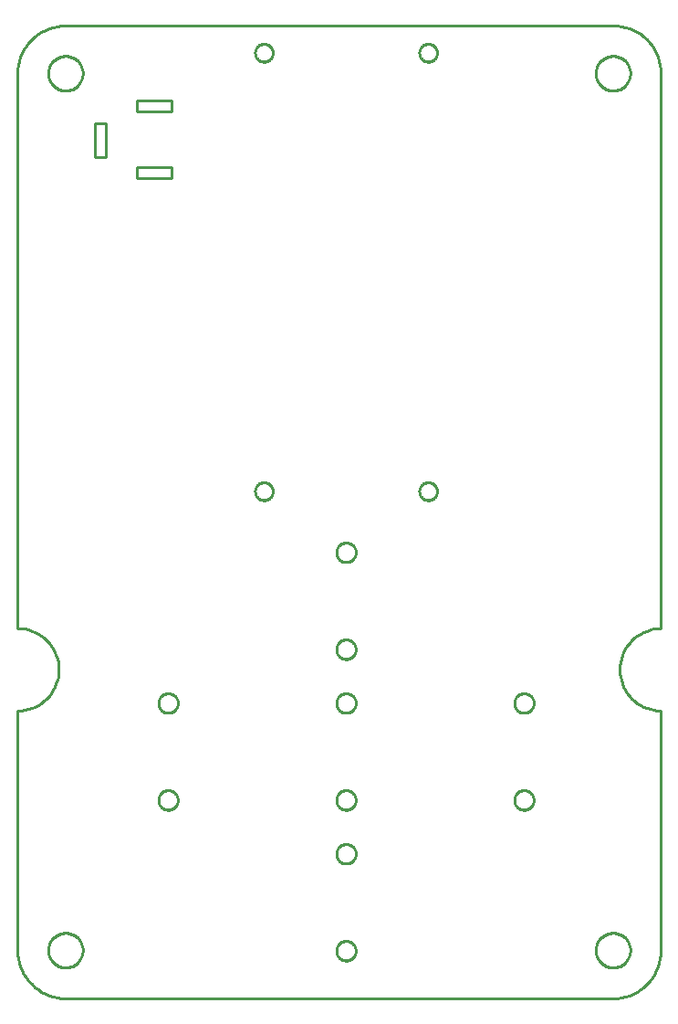
<source format=gbr>
G04 EAGLE Gerber RS-274X export*
G75*
%MOMM*%
%FSLAX34Y34*%
%LPD*%
%IN*%
%IPPOS*%
%AMOC8*
5,1,8,0,0,1.08239X$1,22.5*%
G01*
%ADD10C,0.254000*%


D10*
X0Y44450D02*
X169Y40576D01*
X675Y36731D01*
X1515Y32946D01*
X2681Y29247D01*
X4165Y25665D01*
X5955Y22225D01*
X8039Y18955D01*
X10399Y15878D01*
X13019Y13019D01*
X15878Y10399D01*
X18955Y8039D01*
X22225Y5955D01*
X25665Y4165D01*
X29247Y2681D01*
X32945Y1515D01*
X36731Y675D01*
X40576Y169D01*
X44450Y0D01*
X552450Y0D01*
X556324Y169D01*
X560169Y675D01*
X563955Y1515D01*
X567653Y2681D01*
X571235Y4165D01*
X574675Y5955D01*
X577945Y8039D01*
X581022Y10399D01*
X583881Y13019D01*
X586501Y15878D01*
X588861Y18955D01*
X590945Y22225D01*
X592735Y25665D01*
X594219Y29247D01*
X595385Y32945D01*
X596225Y36731D01*
X596731Y40576D01*
X596900Y44450D01*
X596900Y266700D01*
X593579Y266845D01*
X590284Y267279D01*
X587039Y267998D01*
X583869Y268998D01*
X580798Y270270D01*
X577850Y271804D01*
X575047Y273590D01*
X572410Y275614D01*
X569959Y277859D01*
X567714Y280310D01*
X565690Y282947D01*
X563904Y285750D01*
X562370Y288698D01*
X561098Y291769D01*
X560098Y294939D01*
X559379Y298184D01*
X558945Y301479D01*
X558800Y304800D01*
X558945Y308121D01*
X559379Y311416D01*
X560098Y314661D01*
X561098Y317831D01*
X562370Y320902D01*
X563904Y323850D01*
X565690Y326653D01*
X567714Y329290D01*
X569959Y331741D01*
X572410Y333986D01*
X575047Y336010D01*
X577850Y337796D01*
X580798Y339330D01*
X583869Y340602D01*
X587039Y341602D01*
X590284Y342321D01*
X593579Y342755D01*
X596900Y342900D01*
X596900Y857250D01*
X596731Y861124D01*
X596225Y864969D01*
X595385Y868755D01*
X594219Y872453D01*
X592735Y876035D01*
X590945Y879475D01*
X588861Y882745D01*
X586501Y885822D01*
X583881Y888681D01*
X581022Y891301D01*
X577945Y893661D01*
X574675Y895745D01*
X571235Y897535D01*
X567653Y899019D01*
X563955Y900185D01*
X560169Y901025D01*
X556324Y901531D01*
X552450Y901700D01*
X44450Y901700D01*
X40576Y901531D01*
X36731Y901025D01*
X32946Y900185D01*
X29247Y899019D01*
X25665Y897535D01*
X22225Y895745D01*
X18955Y893661D01*
X15878Y891301D01*
X13019Y888681D01*
X10399Y885822D01*
X8039Y882746D01*
X5955Y879475D01*
X4165Y876035D01*
X2681Y872453D01*
X1515Y868755D01*
X675Y864969D01*
X169Y861124D01*
X0Y857250D01*
X0Y342900D01*
X3321Y342755D01*
X6616Y342321D01*
X9861Y341602D01*
X13031Y340602D01*
X16102Y339330D01*
X19050Y337796D01*
X21853Y336010D01*
X24490Y333986D01*
X26941Y331741D01*
X29186Y329290D01*
X31210Y326653D01*
X32996Y323850D01*
X34530Y320902D01*
X35802Y317831D01*
X36802Y314661D01*
X37521Y311416D01*
X37955Y308121D01*
X38100Y304800D01*
X37955Y301479D01*
X37521Y298184D01*
X36802Y294939D01*
X35802Y291769D01*
X34530Y288698D01*
X32996Y285750D01*
X31210Y282947D01*
X29186Y280310D01*
X26941Y277859D01*
X24490Y275614D01*
X21853Y273590D01*
X19050Y271804D01*
X16102Y270270D01*
X13031Y268998D01*
X9861Y267998D01*
X6616Y267279D01*
X3321Y266845D01*
X0Y266700D01*
X0Y44450D01*
X72000Y779200D02*
X82000Y779200D01*
X82000Y811200D01*
X72000Y811200D01*
X72000Y779200D01*
X111000Y760200D02*
X143000Y760200D01*
X143000Y770200D01*
X111000Y770200D01*
X111000Y760200D01*
X111000Y821700D02*
X143000Y821700D01*
X143000Y831700D01*
X111000Y831700D01*
X111000Y821700D01*
X380594Y868045D02*
X379787Y868125D01*
X378992Y868283D01*
X378216Y868518D01*
X377466Y868829D01*
X376751Y869211D01*
X376077Y869662D01*
X375450Y870176D01*
X374876Y870750D01*
X374362Y871377D01*
X373911Y872051D01*
X373529Y872766D01*
X373218Y873516D01*
X372983Y874292D01*
X372825Y875087D01*
X372745Y875894D01*
X372745Y876706D01*
X372825Y877513D01*
X372983Y878308D01*
X373218Y879084D01*
X373529Y879834D01*
X373911Y880549D01*
X374362Y881223D01*
X374876Y881850D01*
X375450Y882424D01*
X376077Y882938D01*
X376751Y883389D01*
X377466Y883771D01*
X378216Y884082D01*
X378992Y884317D01*
X379787Y884476D01*
X380594Y884555D01*
X381406Y884555D01*
X382213Y884476D01*
X383008Y884317D01*
X383784Y884082D01*
X384534Y883771D01*
X385249Y883389D01*
X385923Y882938D01*
X386550Y882424D01*
X387124Y881850D01*
X387638Y881223D01*
X388089Y880549D01*
X388471Y879834D01*
X388782Y879084D01*
X389017Y878308D01*
X389176Y877513D01*
X389255Y876706D01*
X389255Y875894D01*
X389176Y875087D01*
X389017Y874292D01*
X388782Y873516D01*
X388471Y872766D01*
X388089Y872051D01*
X387638Y871377D01*
X387124Y870750D01*
X386550Y870176D01*
X385923Y869662D01*
X385249Y869211D01*
X384534Y868829D01*
X383784Y868518D01*
X383008Y868283D01*
X382213Y868125D01*
X381406Y868045D01*
X380594Y868045D01*
X228194Y868045D02*
X227387Y868125D01*
X226592Y868283D01*
X225816Y868518D01*
X225066Y868829D01*
X224351Y869211D01*
X223677Y869662D01*
X223050Y870176D01*
X222476Y870750D01*
X221962Y871377D01*
X221511Y872051D01*
X221129Y872766D01*
X220818Y873516D01*
X220583Y874292D01*
X220425Y875087D01*
X220345Y875894D01*
X220345Y876706D01*
X220425Y877513D01*
X220583Y878308D01*
X220818Y879084D01*
X221129Y879834D01*
X221511Y880549D01*
X221962Y881223D01*
X222476Y881850D01*
X223050Y882424D01*
X223677Y882938D01*
X224351Y883389D01*
X225066Y883771D01*
X225816Y884082D01*
X226592Y884317D01*
X227387Y884476D01*
X228194Y884555D01*
X229006Y884555D01*
X229813Y884476D01*
X230608Y884317D01*
X231384Y884082D01*
X232134Y883771D01*
X232849Y883389D01*
X233523Y882938D01*
X234150Y882424D01*
X234724Y881850D01*
X235238Y881223D01*
X235689Y880549D01*
X236071Y879834D01*
X236382Y879084D01*
X236617Y878308D01*
X236776Y877513D01*
X236855Y876706D01*
X236855Y875894D01*
X236776Y875087D01*
X236617Y874292D01*
X236382Y873516D01*
X236071Y872766D01*
X235689Y872051D01*
X235238Y871377D01*
X234724Y870750D01*
X234150Y870176D01*
X233523Y869662D01*
X232849Y869211D01*
X232134Y868829D01*
X231384Y868518D01*
X230608Y868283D01*
X229813Y868125D01*
X229006Y868045D01*
X228194Y868045D01*
X228194Y461645D02*
X227387Y461725D01*
X226592Y461883D01*
X225816Y462118D01*
X225066Y462429D01*
X224351Y462811D01*
X223677Y463262D01*
X223050Y463776D01*
X222476Y464350D01*
X221962Y464977D01*
X221511Y465651D01*
X221129Y466366D01*
X220818Y467116D01*
X220583Y467892D01*
X220425Y468687D01*
X220345Y469494D01*
X220345Y470306D01*
X220425Y471113D01*
X220583Y471908D01*
X220818Y472684D01*
X221129Y473434D01*
X221511Y474149D01*
X221962Y474823D01*
X222476Y475450D01*
X223050Y476024D01*
X223677Y476538D01*
X224351Y476989D01*
X225066Y477371D01*
X225816Y477682D01*
X226592Y477917D01*
X227387Y478076D01*
X228194Y478155D01*
X229006Y478155D01*
X229813Y478076D01*
X230608Y477917D01*
X231384Y477682D01*
X232134Y477371D01*
X232849Y476989D01*
X233523Y476538D01*
X234150Y476024D01*
X234724Y475450D01*
X235238Y474823D01*
X235689Y474149D01*
X236071Y473434D01*
X236382Y472684D01*
X236617Y471908D01*
X236776Y471113D01*
X236855Y470306D01*
X236855Y469494D01*
X236776Y468687D01*
X236617Y467892D01*
X236382Y467116D01*
X236071Y466366D01*
X235689Y465651D01*
X235238Y464977D01*
X234724Y464350D01*
X234150Y463776D01*
X233523Y463262D01*
X232849Y462811D01*
X232134Y462429D01*
X231384Y462118D01*
X230608Y461883D01*
X229813Y461725D01*
X229006Y461645D01*
X228194Y461645D01*
X380594Y461645D02*
X379787Y461725D01*
X378992Y461883D01*
X378216Y462118D01*
X377466Y462429D01*
X376751Y462811D01*
X376077Y463262D01*
X375450Y463776D01*
X374876Y464350D01*
X374362Y464977D01*
X373911Y465651D01*
X373529Y466366D01*
X373218Y467116D01*
X372983Y467892D01*
X372825Y468687D01*
X372745Y469494D01*
X372745Y470306D01*
X372825Y471113D01*
X372983Y471908D01*
X373218Y472684D01*
X373529Y473434D01*
X373911Y474149D01*
X374362Y474823D01*
X374876Y475450D01*
X375450Y476024D01*
X376077Y476538D01*
X376751Y476989D01*
X377466Y477371D01*
X378216Y477682D01*
X378992Y477917D01*
X379787Y478076D01*
X380594Y478155D01*
X381406Y478155D01*
X382213Y478076D01*
X383008Y477917D01*
X383784Y477682D01*
X384534Y477371D01*
X385249Y476989D01*
X385923Y476538D01*
X386550Y476024D01*
X387124Y475450D01*
X387638Y474823D01*
X388089Y474149D01*
X388471Y473434D01*
X388782Y472684D01*
X389017Y471908D01*
X389176Y471113D01*
X389255Y470306D01*
X389255Y469494D01*
X389176Y468687D01*
X389017Y467892D01*
X388782Y467116D01*
X388471Y466366D01*
X388089Y465651D01*
X387638Y464977D01*
X387124Y464350D01*
X386550Y463776D01*
X385923Y463262D01*
X385249Y462811D01*
X384534Y462429D01*
X383784Y462118D01*
X383008Y461883D01*
X382213Y461725D01*
X381406Y461645D01*
X380594Y461645D01*
X295783Y273952D02*
X295852Y274736D01*
X295988Y275512D01*
X296192Y276272D01*
X296461Y277012D01*
X296794Y277726D01*
X297188Y278407D01*
X297640Y279052D01*
X298146Y279656D01*
X298702Y280212D01*
X299306Y280718D01*
X299951Y281170D01*
X300632Y281564D01*
X301346Y281897D01*
X302086Y282166D01*
X302847Y282370D01*
X303622Y282506D01*
X304406Y282575D01*
X305194Y282575D01*
X305978Y282506D01*
X306754Y282370D01*
X307514Y282166D01*
X308254Y281897D01*
X308968Y281564D01*
X309649Y281170D01*
X310294Y280718D01*
X310898Y280212D01*
X311454Y279656D01*
X311960Y279052D01*
X312412Y278407D01*
X312806Y277726D01*
X313139Y277012D01*
X313408Y276272D01*
X313612Y275512D01*
X313748Y274736D01*
X313817Y273952D01*
X313817Y273164D01*
X313748Y272380D01*
X313612Y271605D01*
X313408Y270844D01*
X313139Y270104D01*
X312806Y269390D01*
X312412Y268709D01*
X311960Y268064D01*
X311454Y267460D01*
X310898Y266904D01*
X310294Y266398D01*
X309649Y265946D01*
X308968Y265552D01*
X308254Y265219D01*
X307514Y264950D01*
X306754Y264746D01*
X305978Y264610D01*
X305194Y264541D01*
X304406Y264541D01*
X303622Y264610D01*
X302847Y264746D01*
X302086Y264950D01*
X301346Y265219D01*
X300632Y265552D01*
X299951Y265946D01*
X299306Y266398D01*
X298702Y266904D01*
X298146Y267460D01*
X297640Y268064D01*
X297188Y268709D01*
X296794Y269390D01*
X296461Y270104D01*
X296192Y270844D01*
X295988Y271605D01*
X295852Y272380D01*
X295783Y273164D01*
X295783Y273952D01*
X295783Y184036D02*
X295852Y184820D01*
X295988Y185596D01*
X296192Y186356D01*
X296461Y187096D01*
X296794Y187810D01*
X297188Y188491D01*
X297640Y189136D01*
X298146Y189740D01*
X298702Y190296D01*
X299306Y190802D01*
X299951Y191254D01*
X300632Y191648D01*
X301346Y191981D01*
X302086Y192250D01*
X302847Y192454D01*
X303622Y192590D01*
X304406Y192659D01*
X305194Y192659D01*
X305978Y192590D01*
X306754Y192454D01*
X307514Y192250D01*
X308254Y191981D01*
X308968Y191648D01*
X309649Y191254D01*
X310294Y190802D01*
X310898Y190296D01*
X311454Y189740D01*
X311960Y189136D01*
X312412Y188491D01*
X312806Y187810D01*
X313139Y187096D01*
X313408Y186356D01*
X313612Y185596D01*
X313748Y184820D01*
X313817Y184036D01*
X313817Y183248D01*
X313748Y182464D01*
X313612Y181689D01*
X313408Y180928D01*
X313139Y180188D01*
X312806Y179474D01*
X312412Y178793D01*
X311960Y178148D01*
X311454Y177544D01*
X310898Y176988D01*
X310294Y176482D01*
X309649Y176030D01*
X308968Y175636D01*
X308254Y175303D01*
X307514Y175034D01*
X306754Y174830D01*
X305978Y174694D01*
X305194Y174625D01*
X304406Y174625D01*
X303622Y174694D01*
X302847Y174830D01*
X302086Y175034D01*
X301346Y175303D01*
X300632Y175636D01*
X299951Y176030D01*
X299306Y176482D01*
X298702Y176988D01*
X298146Y177544D01*
X297640Y178148D01*
X297188Y178793D01*
X296794Y179474D01*
X296461Y180188D01*
X296192Y180928D01*
X295988Y181689D01*
X295852Y182464D01*
X295783Y183248D01*
X295783Y184036D01*
X313817Y43548D02*
X313748Y42764D01*
X313612Y41989D01*
X313408Y41228D01*
X313139Y40488D01*
X312806Y39774D01*
X312412Y39093D01*
X311960Y38448D01*
X311454Y37844D01*
X310898Y37288D01*
X310294Y36782D01*
X309649Y36330D01*
X308968Y35936D01*
X308254Y35603D01*
X307514Y35334D01*
X306754Y35130D01*
X305978Y34994D01*
X305194Y34925D01*
X304406Y34925D01*
X303622Y34994D01*
X302847Y35130D01*
X302086Y35334D01*
X301346Y35603D01*
X300632Y35936D01*
X299951Y36330D01*
X299306Y36782D01*
X298702Y37288D01*
X298146Y37844D01*
X297640Y38448D01*
X297188Y39093D01*
X296794Y39774D01*
X296461Y40488D01*
X296192Y41228D01*
X295988Y41989D01*
X295852Y42764D01*
X295783Y43548D01*
X295783Y44336D01*
X295852Y45120D01*
X295988Y45896D01*
X296192Y46656D01*
X296461Y47396D01*
X296794Y48110D01*
X297188Y48791D01*
X297640Y49436D01*
X298146Y50040D01*
X298702Y50596D01*
X299306Y51102D01*
X299951Y51554D01*
X300632Y51948D01*
X301346Y52281D01*
X302086Y52550D01*
X302847Y52754D01*
X303622Y52890D01*
X304406Y52959D01*
X305194Y52959D01*
X305978Y52890D01*
X306754Y52754D01*
X307514Y52550D01*
X308254Y52281D01*
X308968Y51948D01*
X309649Y51554D01*
X310294Y51102D01*
X310898Y50596D01*
X311454Y50040D01*
X311960Y49436D01*
X312412Y48791D01*
X312806Y48110D01*
X313139Y47396D01*
X313408Y46656D01*
X313612Y45896D01*
X313748Y45120D01*
X313817Y44336D01*
X313817Y43548D01*
X313817Y133464D02*
X313748Y132680D01*
X313612Y131905D01*
X313408Y131144D01*
X313139Y130404D01*
X312806Y129690D01*
X312412Y129009D01*
X311960Y128364D01*
X311454Y127760D01*
X310898Y127204D01*
X310294Y126698D01*
X309649Y126246D01*
X308968Y125852D01*
X308254Y125519D01*
X307514Y125250D01*
X306754Y125046D01*
X305978Y124910D01*
X305194Y124841D01*
X304406Y124841D01*
X303622Y124910D01*
X302847Y125046D01*
X302086Y125250D01*
X301346Y125519D01*
X300632Y125852D01*
X299951Y126246D01*
X299306Y126698D01*
X298702Y127204D01*
X298146Y127760D01*
X297640Y128364D01*
X297188Y129009D01*
X296794Y129690D01*
X296461Y130404D01*
X296192Y131144D01*
X295988Y131905D01*
X295852Y132680D01*
X295783Y133464D01*
X295783Y134252D01*
X295852Y135036D01*
X295988Y135812D01*
X296192Y136572D01*
X296461Y137312D01*
X296794Y138026D01*
X297188Y138707D01*
X297640Y139352D01*
X298146Y139956D01*
X298702Y140512D01*
X299306Y141018D01*
X299951Y141470D01*
X300632Y141864D01*
X301346Y142197D01*
X302086Y142466D01*
X302847Y142670D01*
X303622Y142806D01*
X304406Y142875D01*
X305194Y142875D01*
X305978Y142806D01*
X306754Y142670D01*
X307514Y142466D01*
X308254Y142197D01*
X308968Y141864D01*
X309649Y141470D01*
X310294Y141018D01*
X310898Y140512D01*
X311454Y139956D01*
X311960Y139352D01*
X312412Y138707D01*
X312806Y138026D01*
X313139Y137312D01*
X313408Y136572D01*
X313612Y135812D01*
X313748Y135036D01*
X313817Y134252D01*
X313817Y133464D01*
X295783Y413652D02*
X295852Y414436D01*
X295988Y415212D01*
X296192Y415972D01*
X296461Y416712D01*
X296794Y417426D01*
X297188Y418107D01*
X297640Y418752D01*
X298146Y419356D01*
X298702Y419912D01*
X299306Y420418D01*
X299951Y420870D01*
X300632Y421264D01*
X301346Y421597D01*
X302086Y421866D01*
X302847Y422070D01*
X303622Y422206D01*
X304406Y422275D01*
X305194Y422275D01*
X305978Y422206D01*
X306754Y422070D01*
X307514Y421866D01*
X308254Y421597D01*
X308968Y421264D01*
X309649Y420870D01*
X310294Y420418D01*
X310898Y419912D01*
X311454Y419356D01*
X311960Y418752D01*
X312412Y418107D01*
X312806Y417426D01*
X313139Y416712D01*
X313408Y415972D01*
X313612Y415212D01*
X313748Y414436D01*
X313817Y413652D01*
X313817Y412864D01*
X313748Y412080D01*
X313612Y411305D01*
X313408Y410544D01*
X313139Y409804D01*
X312806Y409090D01*
X312412Y408409D01*
X311960Y407764D01*
X311454Y407160D01*
X310898Y406604D01*
X310294Y406098D01*
X309649Y405646D01*
X308968Y405252D01*
X308254Y404919D01*
X307514Y404650D01*
X306754Y404446D01*
X305978Y404310D01*
X305194Y404241D01*
X304406Y404241D01*
X303622Y404310D01*
X302847Y404446D01*
X302086Y404650D01*
X301346Y404919D01*
X300632Y405252D01*
X299951Y405646D01*
X299306Y406098D01*
X298702Y406604D01*
X298146Y407160D01*
X297640Y407764D01*
X297188Y408409D01*
X296794Y409090D01*
X296461Y409804D01*
X296192Y410544D01*
X295988Y411305D01*
X295852Y412080D01*
X295783Y412864D01*
X295783Y413652D01*
X295783Y323736D02*
X295852Y324520D01*
X295988Y325296D01*
X296192Y326056D01*
X296461Y326796D01*
X296794Y327510D01*
X297188Y328191D01*
X297640Y328836D01*
X298146Y329440D01*
X298702Y329996D01*
X299306Y330502D01*
X299951Y330954D01*
X300632Y331348D01*
X301346Y331681D01*
X302086Y331950D01*
X302847Y332154D01*
X303622Y332290D01*
X304406Y332359D01*
X305194Y332359D01*
X305978Y332290D01*
X306754Y332154D01*
X307514Y331950D01*
X308254Y331681D01*
X308968Y331348D01*
X309649Y330954D01*
X310294Y330502D01*
X310898Y329996D01*
X311454Y329440D01*
X311960Y328836D01*
X312412Y328191D01*
X312806Y327510D01*
X313139Y326796D01*
X313408Y326056D01*
X313612Y325296D01*
X313748Y324520D01*
X313817Y323736D01*
X313817Y322948D01*
X313748Y322164D01*
X313612Y321389D01*
X313408Y320628D01*
X313139Y319888D01*
X312806Y319174D01*
X312412Y318493D01*
X311960Y317848D01*
X311454Y317244D01*
X310898Y316688D01*
X310294Y316182D01*
X309649Y315730D01*
X308968Y315336D01*
X308254Y315003D01*
X307514Y314734D01*
X306754Y314530D01*
X305978Y314394D01*
X305194Y314325D01*
X304406Y314325D01*
X303622Y314394D01*
X302847Y314530D01*
X302086Y314734D01*
X301346Y315003D01*
X300632Y315336D01*
X299951Y315730D01*
X299306Y316182D01*
X298702Y316688D01*
X298146Y317244D01*
X297640Y317848D01*
X297188Y318493D01*
X296794Y319174D01*
X296461Y319888D01*
X296192Y320628D01*
X295988Y321389D01*
X295852Y322164D01*
X295783Y322948D01*
X295783Y323736D01*
X130683Y273952D02*
X130752Y274736D01*
X130888Y275512D01*
X131092Y276272D01*
X131361Y277012D01*
X131694Y277726D01*
X132088Y278407D01*
X132540Y279052D01*
X133046Y279656D01*
X133602Y280212D01*
X134206Y280718D01*
X134851Y281170D01*
X135532Y281564D01*
X136246Y281897D01*
X136986Y282166D01*
X137747Y282370D01*
X138522Y282506D01*
X139306Y282575D01*
X140094Y282575D01*
X140878Y282506D01*
X141654Y282370D01*
X142414Y282166D01*
X143154Y281897D01*
X143868Y281564D01*
X144549Y281170D01*
X145194Y280718D01*
X145798Y280212D01*
X146354Y279656D01*
X146860Y279052D01*
X147312Y278407D01*
X147706Y277726D01*
X148039Y277012D01*
X148308Y276272D01*
X148512Y275512D01*
X148648Y274736D01*
X148717Y273952D01*
X148717Y273164D01*
X148648Y272380D01*
X148512Y271605D01*
X148308Y270844D01*
X148039Y270104D01*
X147706Y269390D01*
X147312Y268709D01*
X146860Y268064D01*
X146354Y267460D01*
X145798Y266904D01*
X145194Y266398D01*
X144549Y265946D01*
X143868Y265552D01*
X143154Y265219D01*
X142414Y264950D01*
X141654Y264746D01*
X140878Y264610D01*
X140094Y264541D01*
X139306Y264541D01*
X138522Y264610D01*
X137747Y264746D01*
X136986Y264950D01*
X136246Y265219D01*
X135532Y265552D01*
X134851Y265946D01*
X134206Y266398D01*
X133602Y266904D01*
X133046Y267460D01*
X132540Y268064D01*
X132088Y268709D01*
X131694Y269390D01*
X131361Y270104D01*
X131092Y270844D01*
X130888Y271605D01*
X130752Y272380D01*
X130683Y273164D01*
X130683Y273952D01*
X130683Y184036D02*
X130752Y184820D01*
X130888Y185596D01*
X131092Y186356D01*
X131361Y187096D01*
X131694Y187810D01*
X132088Y188491D01*
X132540Y189136D01*
X133046Y189740D01*
X133602Y190296D01*
X134206Y190802D01*
X134851Y191254D01*
X135532Y191648D01*
X136246Y191981D01*
X136986Y192250D01*
X137747Y192454D01*
X138522Y192590D01*
X139306Y192659D01*
X140094Y192659D01*
X140878Y192590D01*
X141654Y192454D01*
X142414Y192250D01*
X143154Y191981D01*
X143868Y191648D01*
X144549Y191254D01*
X145194Y190802D01*
X145798Y190296D01*
X146354Y189740D01*
X146860Y189136D01*
X147312Y188491D01*
X147706Y187810D01*
X148039Y187096D01*
X148308Y186356D01*
X148512Y185596D01*
X148648Y184820D01*
X148717Y184036D01*
X148717Y183248D01*
X148648Y182464D01*
X148512Y181689D01*
X148308Y180928D01*
X148039Y180188D01*
X147706Y179474D01*
X147312Y178793D01*
X146860Y178148D01*
X146354Y177544D01*
X145798Y176988D01*
X145194Y176482D01*
X144549Y176030D01*
X143868Y175636D01*
X143154Y175303D01*
X142414Y175034D01*
X141654Y174830D01*
X140878Y174694D01*
X140094Y174625D01*
X139306Y174625D01*
X138522Y174694D01*
X137747Y174830D01*
X136986Y175034D01*
X136246Y175303D01*
X135532Y175636D01*
X134851Y176030D01*
X134206Y176482D01*
X133602Y176988D01*
X133046Y177544D01*
X132540Y178148D01*
X132088Y178793D01*
X131694Y179474D01*
X131361Y180188D01*
X131092Y180928D01*
X130888Y181689D01*
X130752Y182464D01*
X130683Y183248D01*
X130683Y184036D01*
X460883Y273952D02*
X460952Y274736D01*
X461088Y275512D01*
X461292Y276272D01*
X461561Y277012D01*
X461894Y277726D01*
X462288Y278407D01*
X462740Y279052D01*
X463246Y279656D01*
X463802Y280212D01*
X464406Y280718D01*
X465051Y281170D01*
X465732Y281564D01*
X466446Y281897D01*
X467186Y282166D01*
X467947Y282370D01*
X468722Y282506D01*
X469506Y282575D01*
X470294Y282575D01*
X471078Y282506D01*
X471854Y282370D01*
X472614Y282166D01*
X473354Y281897D01*
X474068Y281564D01*
X474749Y281170D01*
X475394Y280718D01*
X475998Y280212D01*
X476554Y279656D01*
X477060Y279052D01*
X477512Y278407D01*
X477906Y277726D01*
X478239Y277012D01*
X478508Y276272D01*
X478712Y275512D01*
X478848Y274736D01*
X478917Y273952D01*
X478917Y273164D01*
X478848Y272380D01*
X478712Y271605D01*
X478508Y270844D01*
X478239Y270104D01*
X477906Y269390D01*
X477512Y268709D01*
X477060Y268064D01*
X476554Y267460D01*
X475998Y266904D01*
X475394Y266398D01*
X474749Y265946D01*
X474068Y265552D01*
X473354Y265219D01*
X472614Y264950D01*
X471854Y264746D01*
X471078Y264610D01*
X470294Y264541D01*
X469506Y264541D01*
X468722Y264610D01*
X467947Y264746D01*
X467186Y264950D01*
X466446Y265219D01*
X465732Y265552D01*
X465051Y265946D01*
X464406Y266398D01*
X463802Y266904D01*
X463246Y267460D01*
X462740Y268064D01*
X462288Y268709D01*
X461894Y269390D01*
X461561Y270104D01*
X461292Y270844D01*
X461088Y271605D01*
X460952Y272380D01*
X460883Y273164D01*
X460883Y273952D01*
X460883Y184036D02*
X460952Y184820D01*
X461088Y185596D01*
X461292Y186356D01*
X461561Y187096D01*
X461894Y187810D01*
X462288Y188491D01*
X462740Y189136D01*
X463246Y189740D01*
X463802Y190296D01*
X464406Y190802D01*
X465051Y191254D01*
X465732Y191648D01*
X466446Y191981D01*
X467186Y192250D01*
X467947Y192454D01*
X468722Y192590D01*
X469506Y192659D01*
X470294Y192659D01*
X471078Y192590D01*
X471854Y192454D01*
X472614Y192250D01*
X473354Y191981D01*
X474068Y191648D01*
X474749Y191254D01*
X475394Y190802D01*
X475998Y190296D01*
X476554Y189740D01*
X477060Y189136D01*
X477512Y188491D01*
X477906Y187810D01*
X478239Y187096D01*
X478508Y186356D01*
X478712Y185596D01*
X478848Y184820D01*
X478917Y184036D01*
X478917Y183248D01*
X478848Y182464D01*
X478712Y181689D01*
X478508Y180928D01*
X478239Y180188D01*
X477906Y179474D01*
X477512Y178793D01*
X477060Y178148D01*
X476554Y177544D01*
X475998Y176988D01*
X475394Y176482D01*
X474749Y176030D01*
X474068Y175636D01*
X473354Y175303D01*
X472614Y175034D01*
X471854Y174830D01*
X471078Y174694D01*
X470294Y174625D01*
X469506Y174625D01*
X468722Y174694D01*
X467947Y174830D01*
X467186Y175034D01*
X466446Y175303D01*
X465732Y175636D01*
X465051Y176030D01*
X464406Y176482D01*
X463802Y176988D01*
X463246Y177544D01*
X462740Y178148D01*
X462288Y178793D01*
X461894Y179474D01*
X461561Y180188D01*
X461292Y180928D01*
X461088Y181689D01*
X460952Y182464D01*
X460883Y183248D01*
X460883Y184036D01*
X60450Y43926D02*
X60382Y42881D01*
X60245Y41842D01*
X60040Y40815D01*
X59769Y39803D01*
X59433Y38811D01*
X59032Y37843D01*
X58568Y36904D01*
X58045Y35996D01*
X57463Y35125D01*
X56825Y34294D01*
X56134Y33507D01*
X55393Y32766D01*
X54606Y32075D01*
X53775Y31438D01*
X52904Y30856D01*
X51996Y30332D01*
X51057Y29868D01*
X50089Y29467D01*
X49097Y29131D01*
X48085Y28860D01*
X47058Y28655D01*
X46019Y28519D01*
X44974Y28450D01*
X43926Y28450D01*
X42881Y28519D01*
X41842Y28655D01*
X40815Y28860D01*
X39803Y29131D01*
X38811Y29467D01*
X37843Y29868D01*
X36904Y30332D01*
X35996Y30856D01*
X35125Y31438D01*
X34294Y32075D01*
X33507Y32766D01*
X32766Y33507D01*
X32075Y34294D01*
X31438Y35125D01*
X30856Y35996D01*
X30332Y36904D01*
X29868Y37843D01*
X29467Y38811D01*
X29131Y39803D01*
X28860Y40815D01*
X28655Y41842D01*
X28519Y42881D01*
X28450Y43926D01*
X28450Y44974D01*
X28519Y46019D01*
X28655Y47058D01*
X28860Y48085D01*
X29131Y49097D01*
X29467Y50089D01*
X29868Y51057D01*
X30332Y51996D01*
X30856Y52904D01*
X31438Y53775D01*
X32075Y54606D01*
X32766Y55393D01*
X33507Y56134D01*
X34294Y56825D01*
X35125Y57463D01*
X35996Y58045D01*
X36904Y58568D01*
X37843Y59032D01*
X38811Y59433D01*
X39803Y59769D01*
X40815Y60040D01*
X41842Y60245D01*
X42881Y60382D01*
X43926Y60450D01*
X44974Y60450D01*
X46019Y60382D01*
X47058Y60245D01*
X48085Y60040D01*
X49097Y59769D01*
X50089Y59433D01*
X51057Y59032D01*
X51996Y58568D01*
X52904Y58045D01*
X53775Y57463D01*
X54606Y56825D01*
X55393Y56134D01*
X56134Y55393D01*
X56825Y54606D01*
X57463Y53775D01*
X58045Y52904D01*
X58568Y51996D01*
X59032Y51057D01*
X59433Y50089D01*
X59769Y49097D01*
X60040Y48085D01*
X60245Y47058D01*
X60382Y46019D01*
X60450Y44974D01*
X60450Y43926D01*
X568450Y43926D02*
X568382Y42881D01*
X568245Y41842D01*
X568040Y40815D01*
X567769Y39803D01*
X567433Y38811D01*
X567032Y37843D01*
X566568Y36904D01*
X566045Y35996D01*
X565463Y35125D01*
X564825Y34294D01*
X564134Y33507D01*
X563393Y32766D01*
X562606Y32075D01*
X561775Y31438D01*
X560904Y30856D01*
X559996Y30332D01*
X559057Y29868D01*
X558089Y29467D01*
X557097Y29131D01*
X556085Y28860D01*
X555058Y28655D01*
X554019Y28519D01*
X552974Y28450D01*
X551926Y28450D01*
X550881Y28519D01*
X549842Y28655D01*
X548815Y28860D01*
X547803Y29131D01*
X546811Y29467D01*
X545843Y29868D01*
X544904Y30332D01*
X543996Y30856D01*
X543125Y31438D01*
X542294Y32075D01*
X541507Y32766D01*
X540766Y33507D01*
X540075Y34294D01*
X539438Y35125D01*
X538856Y35996D01*
X538332Y36904D01*
X537868Y37843D01*
X537467Y38811D01*
X537131Y39803D01*
X536860Y40815D01*
X536655Y41842D01*
X536519Y42881D01*
X536450Y43926D01*
X536450Y44974D01*
X536519Y46019D01*
X536655Y47058D01*
X536860Y48085D01*
X537131Y49097D01*
X537467Y50089D01*
X537868Y51057D01*
X538332Y51996D01*
X538856Y52904D01*
X539438Y53775D01*
X540075Y54606D01*
X540766Y55393D01*
X541507Y56134D01*
X542294Y56825D01*
X543125Y57463D01*
X543996Y58045D01*
X544904Y58568D01*
X545843Y59032D01*
X546811Y59433D01*
X547803Y59769D01*
X548815Y60040D01*
X549842Y60245D01*
X550881Y60382D01*
X551926Y60450D01*
X552974Y60450D01*
X554019Y60382D01*
X555058Y60245D01*
X556085Y60040D01*
X557097Y59769D01*
X558089Y59433D01*
X559057Y59032D01*
X559996Y58568D01*
X560904Y58045D01*
X561775Y57463D01*
X562606Y56825D01*
X563393Y56134D01*
X564134Y55393D01*
X564825Y54606D01*
X565463Y53775D01*
X566045Y52904D01*
X566568Y51996D01*
X567032Y51057D01*
X567433Y50089D01*
X567769Y49097D01*
X568040Y48085D01*
X568245Y47058D01*
X568382Y46019D01*
X568450Y44974D01*
X568450Y43926D01*
X568450Y856726D02*
X568382Y855681D01*
X568245Y854642D01*
X568040Y853615D01*
X567769Y852603D01*
X567433Y851611D01*
X567032Y850643D01*
X566568Y849704D01*
X566045Y848796D01*
X565463Y847925D01*
X564825Y847094D01*
X564134Y846307D01*
X563393Y845566D01*
X562606Y844875D01*
X561775Y844238D01*
X560904Y843656D01*
X559996Y843132D01*
X559057Y842668D01*
X558089Y842267D01*
X557097Y841931D01*
X556085Y841660D01*
X555058Y841455D01*
X554019Y841319D01*
X552974Y841250D01*
X551926Y841250D01*
X550881Y841319D01*
X549842Y841455D01*
X548815Y841660D01*
X547803Y841931D01*
X546811Y842267D01*
X545843Y842668D01*
X544904Y843132D01*
X543996Y843656D01*
X543125Y844238D01*
X542294Y844875D01*
X541507Y845566D01*
X540766Y846307D01*
X540075Y847094D01*
X539438Y847925D01*
X538856Y848796D01*
X538332Y849704D01*
X537868Y850643D01*
X537467Y851611D01*
X537131Y852603D01*
X536860Y853615D01*
X536655Y854642D01*
X536519Y855681D01*
X536450Y856726D01*
X536450Y857774D01*
X536519Y858819D01*
X536655Y859858D01*
X536860Y860885D01*
X537131Y861897D01*
X537467Y862889D01*
X537868Y863857D01*
X538332Y864796D01*
X538856Y865704D01*
X539438Y866575D01*
X540075Y867406D01*
X540766Y868193D01*
X541507Y868934D01*
X542294Y869625D01*
X543125Y870263D01*
X543996Y870845D01*
X544904Y871368D01*
X545843Y871832D01*
X546811Y872233D01*
X547803Y872569D01*
X548815Y872840D01*
X549842Y873045D01*
X550881Y873182D01*
X551926Y873250D01*
X552974Y873250D01*
X554019Y873182D01*
X555058Y873045D01*
X556085Y872840D01*
X557097Y872569D01*
X558089Y872233D01*
X559057Y871832D01*
X559996Y871368D01*
X560904Y870845D01*
X561775Y870263D01*
X562606Y869625D01*
X563393Y868934D01*
X564134Y868193D01*
X564825Y867406D01*
X565463Y866575D01*
X566045Y865704D01*
X566568Y864796D01*
X567032Y863857D01*
X567433Y862889D01*
X567769Y861897D01*
X568040Y860885D01*
X568245Y859858D01*
X568382Y858819D01*
X568450Y857774D01*
X568450Y856726D01*
X60450Y856726D02*
X60382Y855681D01*
X60245Y854642D01*
X60040Y853615D01*
X59769Y852603D01*
X59433Y851611D01*
X59032Y850643D01*
X58568Y849704D01*
X58045Y848796D01*
X57463Y847925D01*
X56825Y847094D01*
X56134Y846307D01*
X55393Y845566D01*
X54606Y844875D01*
X53775Y844238D01*
X52904Y843656D01*
X51996Y843132D01*
X51057Y842668D01*
X50089Y842267D01*
X49097Y841931D01*
X48085Y841660D01*
X47058Y841455D01*
X46019Y841319D01*
X44974Y841250D01*
X43926Y841250D01*
X42881Y841319D01*
X41842Y841455D01*
X40815Y841660D01*
X39803Y841931D01*
X38811Y842267D01*
X37843Y842668D01*
X36904Y843132D01*
X35996Y843656D01*
X35125Y844238D01*
X34294Y844875D01*
X33507Y845566D01*
X32766Y846307D01*
X32075Y847094D01*
X31438Y847925D01*
X30856Y848796D01*
X30332Y849704D01*
X29868Y850643D01*
X29467Y851611D01*
X29131Y852603D01*
X28860Y853615D01*
X28655Y854642D01*
X28519Y855681D01*
X28450Y856726D01*
X28450Y857774D01*
X28519Y858819D01*
X28655Y859858D01*
X28860Y860885D01*
X29131Y861897D01*
X29467Y862889D01*
X29868Y863857D01*
X30332Y864796D01*
X30856Y865704D01*
X31438Y866575D01*
X32075Y867406D01*
X32766Y868193D01*
X33507Y868934D01*
X34294Y869625D01*
X35125Y870263D01*
X35996Y870845D01*
X36904Y871368D01*
X37843Y871832D01*
X38811Y872233D01*
X39803Y872569D01*
X40815Y872840D01*
X41842Y873045D01*
X42881Y873182D01*
X43926Y873250D01*
X44974Y873250D01*
X46019Y873182D01*
X47058Y873045D01*
X48085Y872840D01*
X49097Y872569D01*
X50089Y872233D01*
X51057Y871832D01*
X51996Y871368D01*
X52904Y870845D01*
X53775Y870263D01*
X54606Y869625D01*
X55393Y868934D01*
X56134Y868193D01*
X56825Y867406D01*
X57463Y866575D01*
X58045Y865704D01*
X58568Y864796D01*
X59032Y863857D01*
X59433Y862889D01*
X59769Y861897D01*
X60040Y860885D01*
X60245Y859858D01*
X60382Y858819D01*
X60450Y857774D01*
X60450Y856726D01*
M02*

</source>
